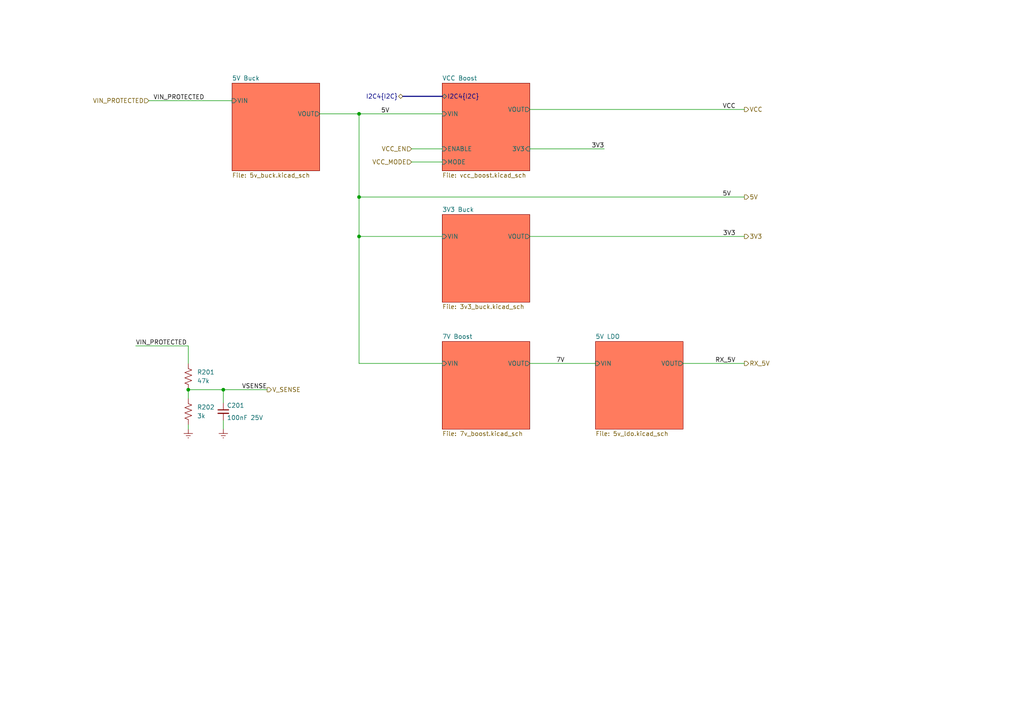
<source format=kicad_sch>
(kicad_sch (version 20250114) (generator "eeschema") (generator_version "9.0")
  (paper "A4")
  (lib_symbols
    (symbol "BR_Capacitors_0201:C_0201_100nF_25V_X7R_10%" (pin_numbers (hide yes)) (pin_names (offset 0.254) (hide yes))
      (property "Reference" "C" (at 1.016 1.778 0))
      (property "Value" "100nF 25V" (at 1.016 -1.778 0))
      (symbol "C_0201_100nF_25V_X7R_10%_0_1"
        (polyline (pts (xy -1.524 0.508) (xy 1.524 0.508)) (stroke (width 0.3048)))
        (polyline (pts (xy -1.524 -0.508) (xy 1.524 -0.508)) (stroke (width 0.3302)))
      )
      (symbol "C_0201_100nF_25V_X7R_10%_1_1"
        (pin passive line (at 0 2.54 270) (length 2.032) (name "~") (number "1"))
        (pin passive line (at 0 -2.54 90) (length 2.032) (name "~") (number "2"))
      )
    )
    (symbol "BR_Resistors_0201:R_0201_3k" (pin_numbers (hide yes)) (pin_names (offset 0) (hide yes))
      (property "Reference" "R" (at 1.524 1.27 0))
      (property "Value" "3k" (at 1.524 -1.27 0))
      (symbol "R_0201_3k_0_1"
        (polyline (pts (xy 0 2.286) (xy 0 2.54)))
        (polyline (pts (xy 0 2.286) (xy 1.016 1.905) (xy 0 1.524) (xy -1.016 1.143) (xy 0 0.762)))
        (polyline (pts (xy 0 0.762) (xy 1.016 0.381) (xy 0 0) (xy -1.016 -0.381) (xy 0 -0.762)))
        (polyline (pts (xy 0 -0.762) (xy 1.016 -1.143) (xy 0 -1.524) (xy -1.016 -1.905) (xy 0 -2.286)))
        (polyline (pts (xy 0 -2.286) (xy 0 -2.54)))
      )
      (symbol "R_0201_3k_1_1"
        (pin passive line (at 0 3.81 270) (length 1.27) (name "~") (number "1"))
        (pin passive line (at 0 -3.81 90) (length 1.27) (name "~") (number "2"))
      )
    )
    (symbol "BR_Resistors_0201:R_0201_47k" (pin_numbers (hide yes)) (pin_names (offset 0) (hide yes))
      (property "Reference" "R" (at 1.524 1.27 0))
      (property "Value" "47k" (at 1.524 -1.27 0))
      (symbol "R_0201_47k_0_1"
        (polyline (pts (xy 0 2.286) (xy 0 2.54)))
        (polyline (pts (xy 0 2.286) (xy 1.016 1.905) (xy 0 1.524) (xy -1.016 1.143) (xy 0 0.762)))
        (polyline (pts (xy 0 0.762) (xy 1.016 0.381) (xy 0 0) (xy -1.016 -0.381) (xy 0 -0.762)))
        (polyline (pts (xy 0 -0.762) (xy 1.016 -1.143) (xy 0 -1.524) (xy -1.016 -1.905) (xy 0 -2.286)))
        (polyline (pts (xy 0 -2.286) (xy 0 -2.54)))
      )
      (symbol "R_0201_47k_1_1"
        (pin passive line (at 0 3.81 270) (length 1.27) (name "~") (number "1"))
        (pin passive line (at 0 -3.81 90) (length 1.27) (name "~") (number "2"))
      )
    )
    (symbol "BR_Virtual_Parts:GND" (power) (pin_numbers (hide yes)) (pin_names (offset 0) (hide yes))
      (property "Value" "GND" (at 0 -3.556 0))
      (symbol "GND_0_1"
        (polyline (pts (xy -0.635 -1.905) (xy 0.635 -1.905)))
        (polyline (pts (xy -0.127 -2.54) (xy 0.127 -2.54)))
        (polyline (pts (xy 0 -1.27) (xy 0 0)))
        (polyline (pts (xy 1.27 -1.27) (xy -1.27 -1.27)))
      )
      (symbol "GND_1_1"
        (pin power_in line (at 0 0 270) (length 0) (hide yes) (name "GNDREF") (number "1"))
      )
    )
  )
  (junction (at 104.14 33.02))
  (junction (at 64.77 113.03))
  (junction (at 104.14 68.58))
  (junction (at 54.61 113.03))
  (junction (at 104.14 57.15))
  (wire (pts (xy 215.9 57.15) (xy 104.14 57.15)))
  (wire (pts (xy 104.14 68.58) (xy 128.27 68.58)))
  (wire (pts (xy 54.61 123.19) (xy 54.61 124.46)))
  (wire (pts (xy 198.12 105.41) (xy 215.9 105.41)))
  (wire (pts (xy 64.77 121.92) (xy 64.77 124.46)))
  (wire (pts (xy 92.71 33.02) (xy 104.14 33.02)))
  (wire (pts (xy 54.61 100.33) (xy 54.61 105.41)))
  (wire (pts (xy 104.14 105.41) (xy 128.27 105.41)))
  (wire (pts (xy 104.14 68.58) (xy 104.14 105.41)))
  (wire (pts (xy 64.77 113.03) (xy 77.47 113.03)))
  (wire (pts (xy 54.61 115.57) (xy 54.61 113.03)))
  (wire (pts (xy 64.77 113.03) (xy 54.61 113.03)))
  (wire (pts (xy 119.38 43.18) (xy 128.27 43.18)))
  (wire (pts (xy 119.38 46.99) (xy 128.27 46.99)))
  (wire (pts (xy 43.18 29.21) (xy 67.31 29.21)))
  (wire (pts (xy 104.14 57.15) (xy 104.14 68.58)))
  (wire (pts (xy 153.67 31.75) (xy 215.9 31.75)))
  (wire (pts (xy 39.37 100.33) (xy 54.61 100.33)))
  (wire (pts (xy 104.14 33.02) (xy 104.14 57.15)))
  (wire (pts (xy 153.67 105.41) (xy 172.72 105.41)))
  (wire (pts (xy 64.77 113.03) (xy 64.77 116.84)))
  (wire (pts (xy 153.67 68.58) (xy 215.9 68.58)))
  (wire (pts (xy 153.67 43.18) (xy 175.26 43.18)))
  (bus (pts (xy 116.84 27.94) (xy 128.27 27.94)))
  (wire (pts (xy 104.14 33.02) (xy 128.27 33.02)))
  (label "3V3" (at 213.36 68.58 180))
  (label "3V3" (at 175.26 43.18 180))
  (label "RX_5V" (at 213.36 105.41 180))
  (label "7V" (at 161.29 105.41 0))
  (label "VIN_PROTECTED" (at 39.37 100.33 0))
  (label "5V" (at 209.55 57.15 0))
  (label "VCC" (at 209.55 31.75 0))
  (label "VSENSE" (at 77.47 113.03 180))
  (label "VIN_PROTECTED" (at 44.45 29.21 0))
  (label "5V" (at 110.49 33.02 0))
  (hierarchical_label "VIN_PROTECTED" (shape input) (at 43.18 29.21 180))
  (hierarchical_label "5V" (shape output) (at 215.9 57.15 0))
  (hierarchical_label "VCC_EN" (shape input) (at 119.38 43.18 180))
  (hierarchical_label "RX_5V" (shape output) (at 215.9 105.41 0))
  (hierarchical_label "VCC" (shape output) (at 215.9 31.75 0))
  (hierarchical_label "3V3" (shape output) (at 215.9 68.58 0))
  (hierarchical_label "VCC_MODE" (shape input) (at 119.38 46.99 180))
  (hierarchical_label "I2C4{I2C}" (shape bidirectional) (at 116.84 27.94 180))
  (hierarchical_label "V_SENSE" (shape output) (at 77.47 113.03 0))
  (symbol (lib_id "BR_Resistors_0201:R_0201_47k") (at 54.61 109.22 180) (unit 1)
    (property "Reference" "R201" (at 57.15 107.9499 0) (effects (justify right)))
    (property "Value" "47k" (at 57.15 110.4899 0) (effects (justify right)))
    (property "Footprint" "BR_Passives:R_0201_0603Metric-minimized" (effects (hide yes)))
    (property "Datasheet" "https://www.lcsc.com/datasheet/lcsc_datasheet_2304140030_YAGEO-RC0201FR-0747KL_C138139.pdf" (effects (hide yes)))
    (property "Description" "47k 1% 200ppm 50mW Thick Film Resistor 0201" (effects (hide yes)))
    (property "Manufacturer" "YAGEO" (effects (hide yes)))
    (property "Manufacturer Part Num" "RC0201FR-0747KL" (effects (hide yes)))
    (property "Supplier 1" "DigiKey" (effects (hide yes)))
    (property "Supplier Part Num 1" "311-47KMCT-ND" (effects (hide yes)))
    (property "Supplier 2" "Mouser" (effects (hide yes)))
    (property "Supplier Part Num 2" "603-RC0201FR-0747KL" (effects (hide yes)))
    (property "Supplier 3" "JLCPCB" (effects (hide yes)))
    (property "Supplier Part Num 3" "C138139" (effects (hide yes)))
    (property "BRE Number" "BRE-000278" (effects (hide yes)))
  )
  (symbol (lib_id "BR_Resistors_0201:R_0201_3k") (at 54.61 119.38 0) (unit 1)
    (property "Reference" "R202" (at 57.15 118.1099 0) (effects (justify left)))
    (property "Value" "3k" (at 57.15 120.6499 0) (effects (justify left)))
    (property "Footprint" "BR_Passives:R_0201_0603Metric-minimized" (effects (hide yes)))
    (property "Datasheet" "https://www.lcsc.com/datasheet/lcsc_datasheet_2304140030_YAGEO-RC0201FR-073KL_C142016.pdf" (effects (hide yes)))
    (property "Description" "3k 1% 200ppm 50mW Chip Resistor 0201" (effects (hide yes)))
    (property "Manufacturer" "YAGEO" (effects (hide yes)))
    (property "Manufacturer Part Num" "RC0201FR-073KL" (effects (hide yes)))
    (property "Supplier 1" "DigiKey" (effects (hide yes)))
    (property "Supplier Part Num 1" "YAG2656CT-ND" (effects (hide yes)))
    (property "Supplier 2" "Mouser" (effects (hide yes)))
    (property "Supplier Part Num 2" "603-RC0201FR-073KL" (effects (hide yes)))
    (property "Supplier 3" "JLCPCB" (effects (hide yes)))
    (property "Supplier Part Num 3" "C142016" (effects (hide yes)))
    (property "BRE Number" "BRE-000275" (effects (hide yes)))
  )
  (symbol (lib_id "BR_Virtual_Parts:GND") (at 64.77 124.46 0) (unit 1)
    (property "Reference" "#PWR0202" (effects (hide yes)))
    (property "Value" "GND" (effects (hide yes)))
  )
  (symbol (lib_id "BR_Capacitors_0201:C_0201_100nF_25V_X7R_10%") (at 64.77 119.38 0) (unit 1)
    (property "Reference" "C201" (at 65.786 117.602 0) (effects (justify left)))
    (property "Value" "100nF 25V" (at 65.786 121.158 0) (effects (justify left)))
    (property "Footprint" "BR_Passives:C_0201_0603Metric-minimized" (effects (hide yes)))
    (property "Datasheet" "https://www.lcsc.com/datasheet/lcsc_datasheet_2108070630_Murata-Electronics-GRM033R61E104KE14J_C2649540.pdf" (effects (hide yes)))
    (property "Description" "100nF 25V X7R 10% Ceramic Capacitor 0201" (effects (hide yes)))
    (property "Manufacturer" "Murata Electronics" (effects (hide yes)))
    (property "Manufacturer Part Num" "GRM033R61E104KE14J" (effects (hide yes)))
    (property "Supplier 1" "DigiKey" (effects (hide yes)))
    (property "Supplier Part Num 1" "490-14571-1-ND" (effects (hide yes)))
    (property "Supplier 2" "Mouser" (effects (hide yes)))
    (property "Supplier Part Num 2" "81-GRM033R61E104KE4J" (effects (hide yes)))
    (property "Supplier 3" "JLCPCB" (effects (hide yes)))
    (property "Supplier Part Num 3" "C2649540" (effects (hide yes)))
    (property "BRE Number" "BRE-000000" (effects (hide yes)))
  )
  (symbol (lib_id "BR_Virtual_Parts:GND") (at 54.61 124.46 0) (unit 1)
    (property "Reference" "#PWR0201" (effects (hide yes)))
    (property "Value" "GND" (effects (hide yes)))
  )
  (sheet (at 128.27 62.23) (size 25.4 25.4) (stroke (width 0.1524)) (fill (color 255 123 94 1.0000))
    (property "Sheetname" "3V3 Buck" (at 128.27 61.5184 0) (effects (justify left bottom)))
    (property "Sheetfile" "3v3_buck.kicad_sch" (at 128.27 88.2146 0) (effects (justify left top)))
    (pin "VIN" input (at 128.27 68.58 180))
    (pin "VOUT" output (at 153.67 68.58 0))
  )
  (sheet (at 67.31 24.13) (size 25.4 25.4) (stroke (width 0.1524)) (fill (color 255 123 94 1.0000))
    (property "Sheetname" "5V Buck" (at 67.31 23.4184 0) (effects (justify left bottom)))
    (property "Sheetfile" "5v_buck.kicad_sch" (at 67.31 50.1146 0) (effects (justify left top)))
    (pin "VIN" input (at 67.31 29.21 180))
    (pin "VOUT" output (at 92.71 33.02 0))
  )
  (sheet (at 128.27 99.06) (size 25.4 25.4) (stroke (width 0.1524)) (fill (color 255 123 94 1.0000))
    (property "Sheetname" "7V Boost" (at 128.27 98.3484 0) (effects (justify left bottom)))
    (property "Sheetfile" "7v_boost.kicad_sch" (at 128.27 125.0446 0) (effects (justify left top)))
    (pin "VIN" input (at 128.27 105.41 180))
    (pin "VOUT" output (at 153.67 105.41 0))
  )
  (sheet (at 172.72 99.06) (size 25.4 25.4) (stroke (width 0.1524)) (fill (color 255 123 94 1.0000))
    (property "Sheetname" "5V LDO" (at 172.72 98.3484 0) (effects (justify left bottom)))
    (property "Sheetfile" "5v_ldo.kicad_sch" (at 172.72 125.0446 0) (effects (justify left top)))
    (pin "VIN" input (at 172.72 105.41 180))
    (pin "VOUT" output (at 198.12 105.41 0))
  )
  (sheet (at 128.27 24.13) (size 25.4 25.4) (stroke (width 0.1524)) (fill (color 255 123 94 1.0000))
    (property "Sheetname" "VCC Boost" (at 128.27 23.4184 0) (effects (justify left bottom)))
    (property "Sheetfile" "vcc_boost.kicad_sch" (at 128.27 50.1146 0) (effects (justify left top)))
    (pin "3V3" input (at 153.67 43.18 0))
    (pin "I2C4{I2C}" bidirectional (at 128.27 27.94 180))
    (pin "VIN" input (at 128.27 33.02 180))
    (pin "VOUT" output (at 153.67 31.75 0))
    (pin "ENABLE" input (at 128.27 43.18 180))
    (pin "MODE" input (at 128.27 46.99 180))
  )
)
</source>
